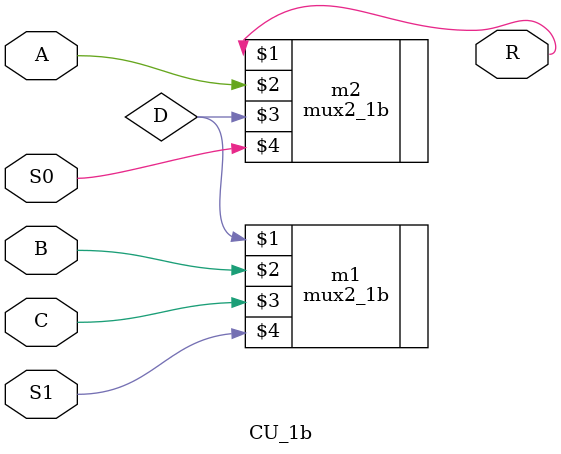
<source format=v>
module CU_1b (A,B,C,S0,S1,R);
input A,B,C;
input S0,S1 ;
output R;
wire D;

mux2_1b m1(D,B,C,S1);
mux2_1b m2(R,A,D,S0);

endmodule




</source>
